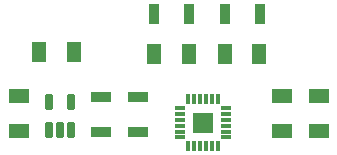
<source format=gtp>
%FSLAX44Y44*%
%MOMM*%
G71*
G01*
G75*
G04 Layer_Color=8421504*
G04:AMPARAMS|DCode=10|XSize=0.8mm|YSize=0.35mm|CornerRadius=0.0438mm|HoleSize=0mm|Usage=FLASHONLY|Rotation=90.000|XOffset=0mm|YOffset=0mm|HoleType=Round|Shape=RoundedRectangle|*
%AMROUNDEDRECTD10*
21,1,0.8000,0.2625,0,0,90.0*
21,1,0.7125,0.3500,0,0,90.0*
1,1,0.0875,0.1313,0.3563*
1,1,0.0875,0.1313,-0.3563*
1,1,0.0875,-0.1313,-0.3563*
1,1,0.0875,-0.1313,0.3563*
%
%ADD10ROUNDEDRECTD10*%
%ADD11R,2.6000X2.7000*%
G04:AMPARAMS|DCode=12|XSize=0.85mm|YSize=0.35mm|CornerRadius=0.0438mm|HoleSize=0mm|Usage=FLASHONLY|Rotation=180.000|XOffset=0mm|YOffset=0mm|HoleType=Round|Shape=RoundedRectangle|*
%AMROUNDEDRECTD12*
21,1,0.8500,0.2625,0,0,180.0*
21,1,0.7625,0.3500,0,0,180.0*
1,1,0.0875,-0.3812,0.1313*
1,1,0.0875,0.3812,0.1313*
1,1,0.0875,0.3812,-0.1313*
1,1,0.0875,-0.3812,-0.1313*
%
%ADD12ROUNDEDRECTD12*%
%ADD13C,1.0160*%
%ADD14R,0.9700X1.7300*%
G04:AMPARAMS|DCode=15|XSize=1.35mm|YSize=0.6mm|CornerRadius=0.075mm|HoleSize=0mm|Usage=FLASHONLY|Rotation=90.000|XOffset=0mm|YOffset=0mm|HoleType=Round|Shape=RoundedRectangle|*
%AMROUNDEDRECTD15*
21,1,1.3500,0.4500,0,0,90.0*
21,1,1.2000,0.6000,0,0,90.0*
1,1,0.1500,0.2250,0.6000*
1,1,0.1500,0.2250,-0.6000*
1,1,0.1500,-0.2250,-0.6000*
1,1,0.1500,-0.2250,0.6000*
%
%ADD15ROUNDEDRECTD15*%
%ADD16R,1.1600X1.8200*%
%ADD17R,1.8200X1.1600*%
%ADD18R,1.7300X0.9700*%
%ADD19C,0.3500*%
%ADD20C,0.4000*%
%ADD21C,1.6000*%
%ADD22R,1.6000X1.6000*%
%ADD23C,3.2000*%
%ADD24C,0.6000*%
%ADD25C,0.2000*%
%ADD26C,0.1270*%
G36*
X193220Y118460D02*
X176780D01*
Y135540D01*
X193220D01*
Y118460D01*
D02*
G37*
D10*
X172500Y107000D02*
D03*
X177500D02*
D03*
X182500D02*
D03*
X187500D02*
D03*
X192500D02*
D03*
X197500D02*
D03*
Y147000D02*
D03*
X192500D02*
D03*
X187500D02*
D03*
X182500D02*
D03*
X177500D02*
D03*
X172500D02*
D03*
D12*
X204750Y114500D02*
D03*
Y119500D02*
D03*
Y124500D02*
D03*
Y129500D02*
D03*
Y134500D02*
D03*
Y139500D02*
D03*
X165250D02*
D03*
Y134500D02*
D03*
Y129500D02*
D03*
Y124500D02*
D03*
Y119500D02*
D03*
Y114500D02*
D03*
D14*
X203200Y219000D02*
D03*
X232800D02*
D03*
X143200D02*
D03*
X172800D02*
D03*
D15*
X54500Y121150D02*
D03*
X64000D02*
D03*
X73500D02*
D03*
Y144850D02*
D03*
X54500D02*
D03*
D16*
X46250Y187000D02*
D03*
X75750D02*
D03*
X203250Y185000D02*
D03*
X232750D02*
D03*
X172750D02*
D03*
X143250D02*
D03*
D17*
X29000Y120250D02*
D03*
Y149750D02*
D03*
X252000Y120250D02*
D03*
Y149750D02*
D03*
X283000Y120250D02*
D03*
Y149750D02*
D03*
D18*
X130000Y148800D02*
D03*
Y119200D02*
D03*
X99000D02*
D03*
Y148800D02*
D03*
M02*

</source>
